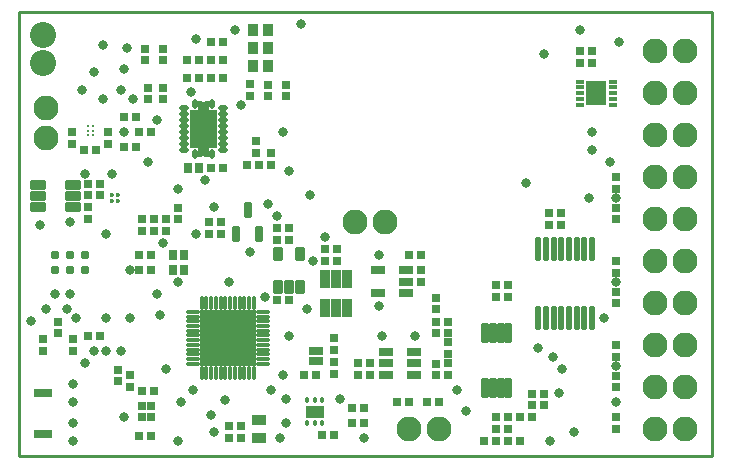
<source format=gts>
G04*
G04 #@! TF.GenerationSoftware,Altium Limited,Altium Designer,20.1.14 (287)*
G04*
G04 Layer_Color=8388736*
%FSLAX25Y25*%
%MOIN*%
G70*
G04*
G04 #@! TF.SameCoordinates,32D4A6E9-0C54-4149-BE24-DE0316A2B815*
G04*
G04*
G04 #@! TF.FilePolarity,Negative*
G04*
G01*
G75*
%ADD14C,0.01000*%
G04:AMPARAMS|DCode=39|XSize=51.18mil|YSize=23.62mil|CornerRadius=2.01mil|HoleSize=0mil|Usage=FLASHONLY|Rotation=90.000|XOffset=0mil|YOffset=0mil|HoleType=Round|Shape=RoundedRectangle|*
%AMROUNDEDRECTD39*
21,1,0.05118,0.01961,0,0,90.0*
21,1,0.04717,0.02362,0,0,90.0*
1,1,0.00402,0.00980,0.02358*
1,1,0.00402,0.00980,-0.02358*
1,1,0.00402,-0.00980,-0.02358*
1,1,0.00402,-0.00980,0.02358*
%
%ADD39ROUNDEDRECTD39*%
G04:AMPARAMS|DCode=41|XSize=17.72mil|YSize=11.81mil|CornerRadius=1.95mil|HoleSize=0mil|Usage=FLASHONLY|Rotation=90.000|XOffset=0mil|YOffset=0mil|HoleType=Round|Shape=RoundedRectangle|*
%AMROUNDEDRECTD41*
21,1,0.01772,0.00791,0,0,90.0*
21,1,0.01382,0.01181,0,0,90.0*
1,1,0.00390,0.00396,0.00691*
1,1,0.00390,0.00396,-0.00691*
1,1,0.00390,-0.00396,-0.00691*
1,1,0.00390,-0.00396,0.00691*
%
%ADD41ROUNDEDRECTD41*%
%ADD42C,0.01417*%
%ADD43C,0.03098*%
%ADD50R,0.06699X0.08274*%
%ADD51R,0.02762X0.01384*%
%ADD52R,0.03162X0.03162*%
%ADD53R,0.03162X0.03162*%
%ADD54R,0.02769X0.03556*%
G04:AMPARAMS|DCode=55|XSize=11.81mil|YSize=11.81mil|CornerRadius=1.95mil|HoleSize=0mil|Usage=FLASHONLY|Rotation=270.000|XOffset=0mil|YOffset=0mil|HoleType=Round|Shape=RoundedRectangle|*
%AMROUNDEDRECTD55*
21,1,0.01181,0.00791,0,0,270.0*
21,1,0.00791,0.01181,0,0,270.0*
1,1,0.00390,-0.00396,-0.00396*
1,1,0.00390,-0.00396,0.00396*
1,1,0.00390,0.00396,0.00396*
1,1,0.00390,0.00396,-0.00396*
%
%ADD55ROUNDEDRECTD55*%
G04:AMPARAMS|DCode=56|XSize=17.45mil|YSize=31.62mil|CornerRadius=5.98mil|HoleSize=0mil|Usage=FLASHONLY|Rotation=180.000|XOffset=0mil|YOffset=0mil|HoleType=Round|Shape=RoundedRectangle|*
%AMROUNDEDRECTD56*
21,1,0.01745,0.01965,0,0,180.0*
21,1,0.00548,0.03162,0,0,180.0*
1,1,0.01197,-0.00274,0.00983*
1,1,0.01197,0.00274,0.00983*
1,1,0.01197,0.00274,-0.00983*
1,1,0.01197,-0.00274,-0.00983*
%
%ADD56ROUNDEDRECTD56*%
G04:AMPARAMS|DCode=57|XSize=17.45mil|YSize=31.62mil|CornerRadius=5.98mil|HoleSize=0mil|Usage=FLASHONLY|Rotation=270.000|XOffset=0mil|YOffset=0mil|HoleType=Round|Shape=RoundedRectangle|*
%AMROUNDEDRECTD57*
21,1,0.01745,0.01965,0,0,270.0*
21,1,0.00548,0.03162,0,0,270.0*
1,1,0.01197,-0.00983,-0.00274*
1,1,0.01197,-0.00983,0.00274*
1,1,0.01197,0.00983,0.00274*
1,1,0.01197,0.00983,-0.00274*
%
%ADD57ROUNDEDRECTD57*%
%ADD58R,0.02769X0.03162*%
%ADD59R,0.03162X0.02769*%
%ADD60R,0.03753X0.04147*%
G04:AMPARAMS|DCode=61|XSize=25.72mil|YSize=69.02mil|CornerRadius=5.95mil|HoleSize=0mil|Usage=FLASHONLY|Rotation=180.000|XOffset=0mil|YOffset=0mil|HoleType=Round|Shape=RoundedRectangle|*
%AMROUNDEDRECTD61*
21,1,0.02572,0.05713,0,0,180.0*
21,1,0.01382,0.06902,0,0,180.0*
1,1,0.01190,-0.00691,0.02856*
1,1,0.01190,0.00691,0.02856*
1,1,0.01190,0.00691,-0.02856*
1,1,0.01190,-0.00691,-0.02856*
%
%ADD61ROUNDEDRECTD61*%
%ADD62R,0.05131X0.03162*%
%ADD63R,0.03556X0.05918*%
%ADD64O,0.02178X0.08083*%
G04:AMPARAMS|DCode=65|XSize=31.62mil|YSize=47.37mil|CornerRadius=6.01mil|HoleSize=0mil|Usage=FLASHONLY|Rotation=180.000|XOffset=0mil|YOffset=0mil|HoleType=Round|Shape=RoundedRectangle|*
%AMROUNDEDRECTD65*
21,1,0.03162,0.03535,0,0,180.0*
21,1,0.01961,0.04737,0,0,180.0*
1,1,0.01202,-0.00980,0.01768*
1,1,0.01202,0.00980,0.01768*
1,1,0.01202,0.00980,-0.01768*
1,1,0.01202,-0.00980,-0.01768*
%
%ADD65ROUNDEDRECTD65*%
%ADD66C,0.01299*%
G04:AMPARAMS|DCode=67|XSize=33.59mil|YSize=55.24mil|CornerRadius=5.92mil|HoleSize=0mil|Usage=FLASHONLY|Rotation=90.000|XOffset=0mil|YOffset=0mil|HoleType=Round|Shape=RoundedRectangle|*
%AMROUNDEDRECTD67*
21,1,0.03359,0.04341,0,0,90.0*
21,1,0.02175,0.05524,0,0,90.0*
1,1,0.01184,0.02170,0.01088*
1,1,0.01184,0.02170,-0.01088*
1,1,0.01184,-0.02170,-0.01088*
1,1,0.01184,-0.02170,0.01088*
%
%ADD67ROUNDEDRECTD67*%
G04:AMPARAMS|DCode=68|XSize=39.37mil|YSize=62.99mil|CornerRadius=1.97mil|HoleSize=0mil|Usage=FLASHONLY|Rotation=90.000|XOffset=0mil|YOffset=0mil|HoleType=Round|Shape=RoundedRectangle|*
%AMROUNDEDRECTD68*
21,1,0.03937,0.05906,0,0,90.0*
21,1,0.03543,0.06299,0,0,90.0*
1,1,0.00394,0.02953,0.01772*
1,1,0.00394,0.02953,-0.01772*
1,1,0.00394,-0.02953,-0.01772*
1,1,0.00394,-0.02953,0.01772*
%
%ADD68ROUNDEDRECTD68*%
%ADD69O,0.04540X0.01587*%
%ADD70O,0.01587X0.04540*%
%ADD71R,0.18910X0.18910*%
%ADD72R,0.06142X0.03150*%
%ADD73R,0.04800X0.03300*%
%ADD74R,0.04961X0.02736*%
%ADD75R,0.02646X0.03039*%
%ADD76C,0.08674*%
%ADD77C,0.08300*%
%ADD78C,0.03300*%
G36*
X63092Y118367D02*
X63143Y118356D01*
X63193Y118340D01*
X63240Y118316D01*
X63283Y118287D01*
X63323Y118253D01*
X63357Y118213D01*
X63386Y118170D01*
X63410Y118122D01*
X63427Y118073D01*
X63437Y118021D01*
X63440Y117969D01*
X63440Y115515D01*
X65539D01*
X65592Y115512D01*
X65643Y115502D01*
X65693Y115485D01*
X65740Y115462D01*
X65783Y115433D01*
X65823Y115398D01*
X65857Y115358D01*
X65886Y115315D01*
X65910Y115268D01*
X65927Y115218D01*
X65937Y115167D01*
X65940Y115114D01*
Y103107D01*
X65937Y103054D01*
X65927Y103003D01*
X65910Y102953D01*
X65886Y102906D01*
X65857Y102863D01*
X65823Y102823D01*
X65783Y102789D01*
X65740Y102759D01*
X65693Y102736D01*
X65643Y102719D01*
X65592Y102709D01*
X65539Y102706D01*
X63440D01*
X63440Y100253D01*
X63437Y100200D01*
X63427Y100149D01*
X63410Y100099D01*
X63386Y100052D01*
X63357Y100008D01*
X63323Y99969D01*
X63283Y99935D01*
X63240Y99905D01*
X63193Y99882D01*
X63143Y99865D01*
X63092Y99855D01*
X63039Y99852D01*
X62134D01*
X62081Y99855D01*
X62030Y99865D01*
X61980Y99882D01*
X61933Y99905D01*
X61890Y99935D01*
X61850Y99969D01*
X61816Y100008D01*
X61787Y100052D01*
X61764Y100099D01*
X61747Y100149D01*
X61736Y100200D01*
X61733Y100253D01*
X61733Y101131D01*
X61275D01*
X61275Y100253D01*
X61271Y100200D01*
X61261Y100149D01*
X61244Y100099D01*
X61221Y100052D01*
X61192Y100009D01*
X61158Y99969D01*
X61118Y99935D01*
X61074Y99905D01*
X61027Y99882D01*
X60978Y99865D01*
X60926Y99855D01*
X60874Y99852D01*
X59969D01*
X59916Y99855D01*
X59865Y99865D01*
X59815Y99882D01*
X59768Y99905D01*
X59724Y99935D01*
X59685Y99969D01*
X59650Y100009D01*
X59621Y100052D01*
X59598Y100099D01*
X59581Y100149D01*
X59571Y100200D01*
X59568Y100253D01*
X59568Y102706D01*
X57468D01*
X57416Y102709D01*
X57365Y102719D01*
X57315Y102736D01*
X57268Y102759D01*
X57225Y102789D01*
X57185Y102823D01*
X57151Y102863D01*
X57121Y102906D01*
X57098Y102953D01*
X57081Y103003D01*
X57071Y103054D01*
X57068Y103107D01*
Y115114D01*
X57071Y115167D01*
X57081Y115218D01*
X57098Y115268D01*
X57121Y115315D01*
X57151Y115358D01*
X57185Y115398D01*
X57225Y115433D01*
X57268Y115462D01*
X57315Y115485D01*
X57365Y115502D01*
X57416Y115512D01*
X57468Y115515D01*
X59568D01*
X59568Y117969D01*
X59571Y118021D01*
X59581Y118073D01*
X59598Y118122D01*
X59621Y118169D01*
X59650Y118213D01*
X59685Y118253D01*
X59724Y118287D01*
X59768Y118316D01*
X59815Y118340D01*
X59865Y118356D01*
X59916Y118367D01*
X59969Y118370D01*
X60874D01*
X60926Y118367D01*
X60978Y118356D01*
X61027Y118340D01*
X61074Y118316D01*
X61118Y118287D01*
X61158Y118253D01*
X61192Y118213D01*
X61221Y118169D01*
X61244Y118122D01*
X61261Y118073D01*
X61271Y118021D01*
X61275Y117969D01*
X61275Y117090D01*
X61733D01*
X61733Y117969D01*
X61736Y118021D01*
X61747Y118073D01*
X61764Y118122D01*
X61787Y118170D01*
X61816Y118213D01*
X61850Y118253D01*
X61890Y118287D01*
X61933Y118316D01*
X61980Y118340D01*
X62030Y118356D01*
X62081Y118367D01*
X62134Y118370D01*
X63039D01*
X63092Y118367D01*
D02*
G37*
D14*
X0Y0D02*
X231000D01*
X231000Y148000D02*
X231000Y0D01*
X0Y148000D02*
X231000D01*
X0Y0D02*
Y148000D01*
D39*
X72520Y74000D02*
D03*
X80000D02*
D03*
X76260Y82268D02*
D03*
D41*
X96000Y11000D02*
D03*
X98559D02*
D03*
X101118D02*
D03*
Y18677D02*
D03*
X98559D02*
D03*
X96000D02*
D03*
D42*
X31000Y87000D02*
D03*
X32969D02*
D03*
X31000Y85031D02*
D03*
X32969D02*
D03*
D43*
X22000Y67000D02*
D03*
Y62000D02*
D03*
X17000Y67000D02*
D03*
Y62000D02*
D03*
X12000Y67000D02*
D03*
Y62000D02*
D03*
D50*
X192488Y121000D02*
D03*
D51*
X186976Y117063D02*
D03*
Y119032D02*
D03*
Y121000D02*
D03*
Y122968D02*
D03*
Y124937D02*
D03*
X198000D02*
D03*
Y122968D02*
D03*
Y121000D02*
D03*
Y119032D02*
D03*
Y117063D02*
D03*
D52*
X35000Y103000D02*
D03*
X38937D02*
D03*
X35032Y113000D02*
D03*
X38969D02*
D03*
X40000Y108000D02*
D03*
X43937D02*
D03*
X59874Y126000D02*
D03*
X55937D02*
D03*
X59874Y132000D02*
D03*
X55937D02*
D03*
X64000Y126000D02*
D03*
X67937D02*
D03*
X63968Y132000D02*
D03*
X67905D02*
D03*
X63937Y138000D02*
D03*
X67874D02*
D03*
X105937Y69000D02*
D03*
X102000D02*
D03*
X105937Y65000D02*
D03*
X102000D02*
D03*
X159063Y53000D02*
D03*
X163000D02*
D03*
X159063Y57000D02*
D03*
X163000D02*
D03*
Y13000D02*
D03*
X159063D02*
D03*
X171000D02*
D03*
X167063D02*
D03*
X176827Y77000D02*
D03*
X180764D02*
D03*
X176827Y81000D02*
D03*
X180764D02*
D03*
X86000Y72000D02*
D03*
X89937D02*
D03*
Y76000D02*
D03*
X86000D02*
D03*
X187000Y135000D02*
D03*
X190937D02*
D03*
X187000Y131000D02*
D03*
X190937D02*
D03*
X114937Y16000D02*
D03*
X111000D02*
D03*
Y11000D02*
D03*
X114937D02*
D03*
X98937Y27000D02*
D03*
X95000D02*
D03*
X44937Y21937D02*
D03*
X41000D02*
D03*
X40063Y6937D02*
D03*
X44000D02*
D03*
X23000Y40000D02*
D03*
X26937D02*
D03*
D53*
X43000Y122937D02*
D03*
Y119000D02*
D03*
X48000Y122937D02*
D03*
Y119000D02*
D03*
Y135937D02*
D03*
Y132000D02*
D03*
X42000Y135937D02*
D03*
Y132000D02*
D03*
X77000Y124000D02*
D03*
Y120063D02*
D03*
X83000Y123937D02*
D03*
Y120000D02*
D03*
X89000Y123937D02*
D03*
Y120000D02*
D03*
X171000Y20937D02*
D03*
Y17000D02*
D03*
X139000Y52937D02*
D03*
Y49000D02*
D03*
Y30937D02*
D03*
Y27000D02*
D03*
X113000Y27063D02*
D03*
Y31000D02*
D03*
X117000Y27063D02*
D03*
Y31000D02*
D03*
X53000Y82937D02*
D03*
Y79000D02*
D03*
X63260Y74268D02*
D03*
Y78205D02*
D03*
X67260D02*
D03*
Y74268D02*
D03*
X49000Y79000D02*
D03*
Y75063D02*
D03*
X45000D02*
D03*
Y79000D02*
D03*
X41000Y75063D02*
D03*
Y79000D02*
D03*
X27000Y90937D02*
D03*
Y87000D02*
D03*
X23000D02*
D03*
Y90937D02*
D03*
X33000Y25000D02*
D03*
Y28937D02*
D03*
X70000Y10000D02*
D03*
Y6063D02*
D03*
X74000D02*
D03*
Y10000D02*
D03*
X105000Y35386D02*
D03*
Y39323D02*
D03*
Y31386D02*
D03*
Y27449D02*
D03*
X37000Y23031D02*
D03*
Y26969D02*
D03*
X8000Y35032D02*
D03*
Y38969D02*
D03*
X13000Y41000D02*
D03*
Y44937D02*
D03*
X18000Y35032D02*
D03*
Y38969D02*
D03*
D54*
X56260Y96000D02*
D03*
X60000D02*
D03*
X51260Y62000D02*
D03*
X55000D02*
D03*
X51228Y67000D02*
D03*
X54969D02*
D03*
D55*
X61504Y109110D02*
D03*
D56*
X58551Y117575D02*
D03*
X64457D02*
D03*
Y100646D02*
D03*
X58551D02*
D03*
D57*
X68000Y116000D02*
D03*
Y114032D02*
D03*
Y112063D02*
D03*
Y110095D02*
D03*
Y108126D02*
D03*
Y106158D02*
D03*
Y104189D02*
D03*
Y102221D02*
D03*
X55008D02*
D03*
Y104189D02*
D03*
Y106158D02*
D03*
Y108126D02*
D03*
Y110095D02*
D03*
Y112063D02*
D03*
Y114032D02*
D03*
Y116000D02*
D03*
D58*
X64000Y96000D02*
D03*
X67937D02*
D03*
X76000Y97000D02*
D03*
X79937D02*
D03*
X166937Y5000D02*
D03*
X163000D02*
D03*
X159000D02*
D03*
X155063D02*
D03*
X130032Y67000D02*
D03*
X133968D02*
D03*
X159063Y9000D02*
D03*
X163000D02*
D03*
X25649Y102091D02*
D03*
X21712D02*
D03*
X89969Y52000D02*
D03*
X86032D02*
D03*
X129969Y18000D02*
D03*
X126031D02*
D03*
X140000D02*
D03*
X136063D02*
D03*
X40000Y62000D02*
D03*
X43937D02*
D03*
X101000Y7000D02*
D03*
X104937D02*
D03*
X40000Y67000D02*
D03*
X43937D02*
D03*
D59*
X79000Y104969D02*
D03*
Y101031D02*
D03*
X84000Y101000D02*
D03*
Y97063D02*
D03*
X134000Y62000D02*
D03*
Y58063D02*
D03*
X175000Y20937D02*
D03*
Y17000D02*
D03*
X139000Y41000D02*
D03*
Y44937D02*
D03*
X143000D02*
D03*
Y41000D02*
D03*
Y31000D02*
D03*
Y27063D02*
D03*
Y38000D02*
D03*
Y34063D02*
D03*
X29712Y104154D02*
D03*
Y108091D02*
D03*
X17712Y104154D02*
D03*
Y108091D02*
D03*
X23000Y79063D02*
D03*
Y83000D02*
D03*
X199000Y37000D02*
D03*
Y33063D02*
D03*
Y23000D02*
D03*
Y26937D02*
D03*
Y65000D02*
D03*
Y61063D02*
D03*
Y93000D02*
D03*
Y89063D02*
D03*
Y79000D02*
D03*
Y82937D02*
D03*
Y51000D02*
D03*
Y54937D02*
D03*
Y9031D02*
D03*
Y12968D02*
D03*
D60*
X78000Y136000D02*
D03*
X82921D02*
D03*
X78000Y142000D02*
D03*
X82921D02*
D03*
X78000Y130000D02*
D03*
X82921D02*
D03*
D61*
X155441Y22693D02*
D03*
X158000D02*
D03*
X160559D02*
D03*
X163118D02*
D03*
X155441Y41000D02*
D03*
X158000D02*
D03*
X160559D02*
D03*
X163118D02*
D03*
D62*
X119551Y54520D02*
D03*
Y62000D02*
D03*
X129000D02*
D03*
Y58260D02*
D03*
Y54520D02*
D03*
X122276Y27260D02*
D03*
Y31000D02*
D03*
Y34740D02*
D03*
X131724D02*
D03*
Y31000D02*
D03*
Y27260D02*
D03*
D63*
X109480Y59000D02*
D03*
X105740D02*
D03*
X102000D02*
D03*
Y49551D02*
D03*
X105740D02*
D03*
X109480D02*
D03*
D64*
X173087Y46000D02*
D03*
X175646D02*
D03*
X178205D02*
D03*
X180764D02*
D03*
X183323D02*
D03*
X185882D02*
D03*
X188441D02*
D03*
X191000D02*
D03*
X173087Y69032D02*
D03*
X175646D02*
D03*
X178205D02*
D03*
X180764D02*
D03*
X183323D02*
D03*
X185882D02*
D03*
X188441D02*
D03*
X191000D02*
D03*
D65*
X86260Y56587D02*
D03*
X90000D02*
D03*
X93740D02*
D03*
Y67413D02*
D03*
X86260D02*
D03*
D66*
X23058Y106942D02*
D03*
X24712D02*
D03*
Y108516D02*
D03*
X23058D02*
D03*
X24712Y110091D02*
D03*
X23058D02*
D03*
D67*
X18000Y90480D02*
D03*
Y86740D02*
D03*
Y83000D02*
D03*
X6386D02*
D03*
Y86740D02*
D03*
Y90480D02*
D03*
D68*
X98559Y14839D02*
D03*
D69*
X58000Y37150D02*
D03*
Y35575D02*
D03*
Y34000D02*
D03*
Y32425D02*
D03*
Y45024D02*
D03*
Y43449D02*
D03*
Y41874D02*
D03*
Y40299D02*
D03*
Y48173D02*
D03*
X81228Y32425D02*
D03*
Y34000D02*
D03*
Y35575D02*
D03*
Y37150D02*
D03*
Y40299D02*
D03*
Y41874D02*
D03*
Y43449D02*
D03*
Y45024D02*
D03*
Y48173D02*
D03*
X58000Y30850D02*
D03*
Y46598D02*
D03*
Y38724D02*
D03*
X81228Y30850D02*
D03*
Y38724D02*
D03*
Y46598D02*
D03*
D70*
X62528Y27898D02*
D03*
X64102D02*
D03*
X65677D02*
D03*
X67252D02*
D03*
Y51126D02*
D03*
X65677D02*
D03*
X64102D02*
D03*
X62528D02*
D03*
X70402Y27898D02*
D03*
X71976D02*
D03*
X73551D02*
D03*
X75126D02*
D03*
Y51126D02*
D03*
X73551D02*
D03*
X71976D02*
D03*
X70402D02*
D03*
X78276Y27898D02*
D03*
Y51126D02*
D03*
X60953Y27898D02*
D03*
Y51126D02*
D03*
X68827Y27898D02*
D03*
X76701D02*
D03*
Y51126D02*
D03*
X68827D02*
D03*
D71*
X69614Y39512D02*
D03*
D72*
X8000Y7590D02*
D03*
Y21000D02*
D03*
D73*
X80000Y12000D02*
D03*
Y6000D02*
D03*
D74*
X99000Y31772D02*
D03*
Y35000D02*
D03*
D75*
X44150Y13000D02*
D03*
Y16937D02*
D03*
X41000D02*
D03*
Y13000D02*
D03*
D76*
X8000Y131000D02*
D03*
Y140449D02*
D03*
D77*
X122000Y78000D02*
D03*
X112000D02*
D03*
X9000Y106000D02*
D03*
Y116000D02*
D03*
X212000Y9000D02*
D03*
X222000D02*
D03*
X212000Y65000D02*
D03*
X222000D02*
D03*
X212000Y79000D02*
D03*
X222000D02*
D03*
X212000Y93000D02*
D03*
X222000D02*
D03*
X212000Y51000D02*
D03*
X222000D02*
D03*
X212000Y37000D02*
D03*
X222000D02*
D03*
Y23000D02*
D03*
X212000D02*
D03*
X140000Y9000D02*
D03*
X130000D02*
D03*
X222000Y135000D02*
D03*
X212000D02*
D03*
X222000Y121000D02*
D03*
X212000D02*
D03*
X222000Y107000D02*
D03*
X212000D02*
D03*
D78*
X17000Y78000D02*
D03*
X22000Y94000D02*
D03*
X64000Y13625D02*
D03*
X36000Y136000D02*
D03*
X94000Y144000D02*
D03*
X7000Y77000D02*
D03*
X48000Y71000D02*
D03*
X25000Y128000D02*
D03*
X35000Y129000D02*
D03*
X28000Y137000D02*
D03*
X59000Y139000D02*
D03*
X88000Y108000D02*
D03*
X175000Y134000D02*
D03*
X187000Y142000D02*
D03*
X200000Y138000D02*
D03*
X169000Y91000D02*
D03*
X197000Y98000D02*
D03*
X181000Y29000D02*
D03*
X185000Y8000D02*
D03*
X149000Y15000D02*
D03*
X87000Y6000D02*
D03*
X115000D02*
D03*
X98000Y65000D02*
D03*
X82000Y53000D02*
D03*
X96000Y49000D02*
D03*
X90000Y40000D02*
D03*
X88000Y27000D02*
D03*
X65000Y8000D02*
D03*
X35000Y13000D02*
D03*
X53000Y5000D02*
D03*
X54000Y18000D02*
D03*
X49000Y29000D02*
D03*
X18000Y5000D02*
D03*
Y11000D02*
D03*
Y18000D02*
D03*
Y24000D02*
D03*
X22000Y31000D02*
D03*
X25000Y35000D02*
D03*
X29000D02*
D03*
X34000D02*
D03*
X4000Y45000D02*
D03*
X9000Y49000D02*
D03*
X16000D02*
D03*
X19000Y46000D02*
D03*
X29000D02*
D03*
X37000D02*
D03*
X47000Y47000D02*
D03*
X70000Y58000D02*
D03*
X77000Y68000D02*
D03*
X90000Y95000D02*
D03*
X97000Y87000D02*
D03*
X62000Y92000D02*
D03*
X43000Y98000D02*
D03*
X35016Y108000D02*
D03*
X57441Y121441D02*
D03*
X146000Y22000D02*
D03*
X72000Y142000D02*
D03*
X190000Y86000D02*
D03*
X191000Y102000D02*
D03*
Y108000D02*
D03*
X21000Y122000D02*
D03*
X28000Y119000D02*
D03*
X61504Y114130D02*
D03*
Y104091D02*
D03*
X59504Y109110D02*
D03*
X63504D02*
D03*
X38000Y119000D02*
D03*
X34000Y122000D02*
D03*
X46000Y112063D02*
D03*
X74000Y117000D02*
D03*
X132000Y40000D02*
D03*
X173000Y36000D02*
D03*
X178000Y33000D02*
D03*
X180000Y21000D02*
D03*
X177000Y5000D02*
D03*
X102000Y73000D02*
D03*
X120000Y50000D02*
D03*
Y67000D02*
D03*
X121000Y40000D02*
D03*
X83000Y84000D02*
D03*
X65000Y83000D02*
D03*
X31000Y94000D02*
D03*
X86000Y80000D02*
D03*
X53000Y89000D02*
D03*
X59000Y74000D02*
D03*
X37000Y62000D02*
D03*
X53000Y58000D02*
D03*
X12000Y54000D02*
D03*
X46000D02*
D03*
X17000D02*
D03*
X29000Y74000D02*
D03*
X199000Y18000D02*
D03*
Y30000D02*
D03*
Y58000D02*
D03*
Y86000D02*
D03*
X195000Y46000D02*
D03*
X107000Y19000D02*
D03*
X89000Y11000D02*
D03*
Y19000D02*
D03*
X98559Y14839D02*
D03*
X58000Y22000D02*
D03*
X84000D02*
D03*
X69614Y39512D02*
D03*
X74614D02*
D03*
Y33512D02*
D03*
X69614D02*
D03*
X64614D02*
D03*
Y39512D02*
D03*
X69614Y45512D02*
D03*
X74614D02*
D03*
X64614D02*
D03*
X68827Y18850D02*
D03*
M02*

</source>
